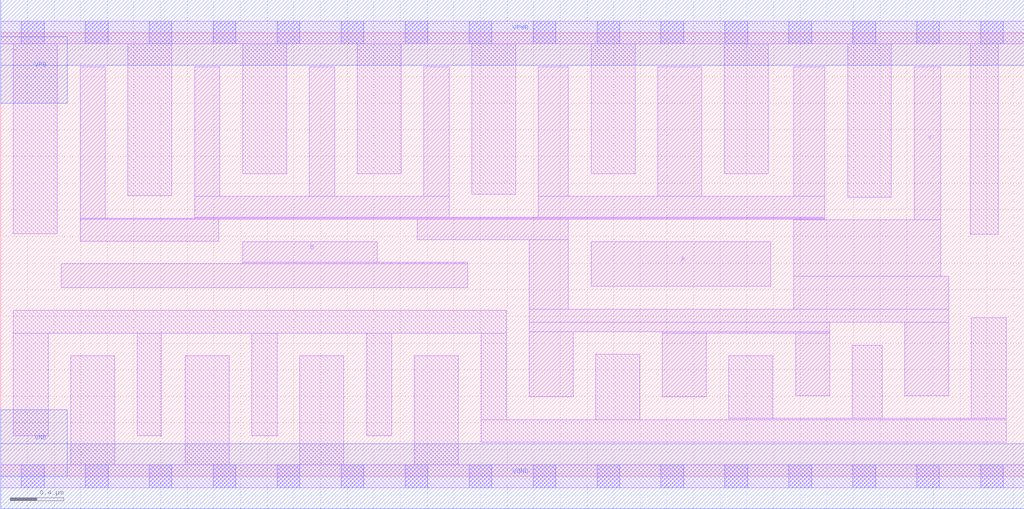
<source format=lef>
# Copyright 2020 The SkyWater PDK Authors
#
# Licensed under the Apache License, Version 2.0 (the "License");
# you may not use this file except in compliance with the License.
# You may obtain a copy of the License at
#
#     https://www.apache.org/licenses/LICENSE-2.0
#
# Unless required by applicable law or agreed to in writing, software
# distributed under the License is distributed on an "AS IS" BASIS,
# WITHOUT WARRANTIES OR CONDITIONS OF ANY KIND, either express or implied.
# See the License for the specific language governing permissions and
# limitations under the License.
#
# SPDX-License-Identifier: Apache-2.0

VERSION 5.5 ;
NAMESCASESENSITIVE ON ;
BUSBITCHARS "[]" ;
DIVIDERCHAR "/" ;
MACRO sky130_fd_sc_lp__nand2_8
  CLASS CORE ;
  SOURCE USER ;
  ORIGIN  0.000000  0.000000 ;
  SIZE  7.680000 BY  3.330000 ;
  SYMMETRY X Y R90 ;
  SITE unit ;
  PIN A
    ANTENNAGATEAREA  2.520000 ;
    DIRECTION INPUT ;
    USE SIGNAL ;
    PORT
      LAYER li1 ;
        RECT 4.430000 1.425000 5.780000 1.760000 ;
    END
  END A
  PIN B
    ANTENNAGATEAREA  2.520000 ;
    DIRECTION INPUT ;
    USE SIGNAL ;
    PORT
      LAYER li1 ;
        RECT 0.455000 1.415000 3.505000 1.595000 ;
        RECT 1.815000 1.595000 3.505000 1.605000 ;
        RECT 1.815000 1.605000 2.825000 1.760000 ;
    END
  END B
  PIN Y
    ANTENNADIFFAREA  3.973200 ;
    DIRECTION OUTPUT ;
    USE SIGNAL ;
    PORT
      LAYER li1 ;
        RECT 0.595000 1.765000 1.635000 1.930000 ;
        RECT 0.595000 1.930000 6.185000 1.935000 ;
        RECT 0.595000 1.935000 0.785000 3.075000 ;
        RECT 1.455000 1.935000 6.185000 1.945000 ;
        RECT 1.455000 1.945000 3.365000 2.100000 ;
        RECT 1.455000 2.100000 1.645000 3.075000 ;
        RECT 2.315000 2.100000 2.505000 3.075000 ;
        RECT 3.125000 1.775000 4.260000 1.930000 ;
        RECT 3.175000 2.100000 3.365000 3.075000 ;
        RECT 3.965000 0.595000 4.295000 1.085000 ;
        RECT 3.965000 1.085000 6.220000 1.155000 ;
        RECT 3.965000 1.155000 7.115000 1.255000 ;
        RECT 3.965000 1.255000 4.260000 1.775000 ;
        RECT 4.035000 1.945000 6.185000 2.100000 ;
        RECT 4.035000 2.100000 4.260000 3.075000 ;
        RECT 4.930000 2.100000 5.260000 3.075000 ;
        RECT 4.965000 0.595000 5.295000 1.075000 ;
        RECT 4.965000 1.075000 6.220000 1.085000 ;
        RECT 5.950000 1.255000 7.115000 1.500000 ;
        RECT 5.950000 1.500000 7.055000 1.925000 ;
        RECT 5.950000 1.925000 6.185000 1.930000 ;
        RECT 5.950000 2.100000 6.185000 3.075000 ;
        RECT 5.965000 0.605000 6.220000 1.075000 ;
        RECT 6.785000 0.605000 7.115000 1.155000 ;
        RECT 6.855000 1.925000 7.055000 3.075000 ;
    END
  END Y
  PIN VGND
    DIRECTION INOUT ;
    USE GROUND ;
    PORT
      LAYER met1 ;
        RECT 0.000000 -0.245000 7.680000 0.245000 ;
    END
  END VGND
  PIN VNB
    DIRECTION INOUT ;
    USE GROUND ;
    PORT
      LAYER met1 ;
        RECT 0.000000 0.000000 0.500000 0.500000 ;
    END
  END VNB
  PIN VPB
    DIRECTION INOUT ;
    USE POWER ;
    PORT
      LAYER met1 ;
        RECT 0.000000 2.800000 0.500000 3.300000 ;
    END
  END VPB
  PIN VPWR
    DIRECTION INOUT ;
    USE POWER ;
    PORT
      LAYER met1 ;
        RECT 0.000000 3.085000 7.680000 3.575000 ;
    END
  END VPWR
  OBS
    LAYER li1 ;
      RECT 0.000000 -0.085000 7.680000 0.085000 ;
      RECT 0.000000  3.245000 7.680000 3.415000 ;
      RECT 0.095000  0.305000 0.355000 1.075000 ;
      RECT 0.095000  1.075000 3.795000 1.245000 ;
      RECT 0.095000  1.820000 0.425000 3.245000 ;
      RECT 0.525000  0.085000 0.855000 0.905000 ;
      RECT 0.955000  2.105000 1.285000 3.245000 ;
      RECT 1.025000  0.305000 1.205000 1.075000 ;
      RECT 1.385000  0.085000 1.715000 0.905000 ;
      RECT 1.815000  2.270000 2.145000 3.245000 ;
      RECT 1.885000  0.305000 2.075000 1.075000 ;
      RECT 2.245000  0.085000 2.575000 0.905000 ;
      RECT 2.675000  2.270000 3.005000 3.245000 ;
      RECT 2.745000  0.305000 2.935000 1.075000 ;
      RECT 3.105000  0.085000 3.435000 0.905000 ;
      RECT 3.535000  2.115000 3.865000 3.245000 ;
      RECT 3.605000  0.255000 7.545000 0.425000 ;
      RECT 3.605000  0.425000 3.795000 1.075000 ;
      RECT 4.430000  2.270000 4.760000 3.245000 ;
      RECT 4.465000  0.425000 4.795000 0.915000 ;
      RECT 5.430000  2.270000 5.760000 3.245000 ;
      RECT 5.465000  0.425000 7.545000 0.435000 ;
      RECT 5.465000  0.435000 5.795000 0.905000 ;
      RECT 6.355000  2.095000 6.685000 3.245000 ;
      RECT 6.390000  0.435000 6.615000 0.985000 ;
      RECT 7.275000  1.815000 7.485000 3.245000 ;
      RECT 7.285000  0.435000 7.545000 1.190000 ;
    LAYER mcon ;
      RECT 0.155000 -0.085000 0.325000 0.085000 ;
      RECT 0.155000  3.245000 0.325000 3.415000 ;
      RECT 0.635000 -0.085000 0.805000 0.085000 ;
      RECT 0.635000  3.245000 0.805000 3.415000 ;
      RECT 1.115000 -0.085000 1.285000 0.085000 ;
      RECT 1.115000  3.245000 1.285000 3.415000 ;
      RECT 1.595000 -0.085000 1.765000 0.085000 ;
      RECT 1.595000  3.245000 1.765000 3.415000 ;
      RECT 2.075000 -0.085000 2.245000 0.085000 ;
      RECT 2.075000  3.245000 2.245000 3.415000 ;
      RECT 2.555000 -0.085000 2.725000 0.085000 ;
      RECT 2.555000  3.245000 2.725000 3.415000 ;
      RECT 3.035000 -0.085000 3.205000 0.085000 ;
      RECT 3.035000  3.245000 3.205000 3.415000 ;
      RECT 3.515000 -0.085000 3.685000 0.085000 ;
      RECT 3.515000  3.245000 3.685000 3.415000 ;
      RECT 3.995000 -0.085000 4.165000 0.085000 ;
      RECT 3.995000  3.245000 4.165000 3.415000 ;
      RECT 4.475000 -0.085000 4.645000 0.085000 ;
      RECT 4.475000  3.245000 4.645000 3.415000 ;
      RECT 4.955000 -0.085000 5.125000 0.085000 ;
      RECT 4.955000  3.245000 5.125000 3.415000 ;
      RECT 5.435000 -0.085000 5.605000 0.085000 ;
      RECT 5.435000  3.245000 5.605000 3.415000 ;
      RECT 5.915000 -0.085000 6.085000 0.085000 ;
      RECT 5.915000  3.245000 6.085000 3.415000 ;
      RECT 6.395000 -0.085000 6.565000 0.085000 ;
      RECT 6.395000  3.245000 6.565000 3.415000 ;
      RECT 6.875000 -0.085000 7.045000 0.085000 ;
      RECT 6.875000  3.245000 7.045000 3.415000 ;
      RECT 7.355000 -0.085000 7.525000 0.085000 ;
      RECT 7.355000  3.245000 7.525000 3.415000 ;
  END
END sky130_fd_sc_lp__nand2_8
END LIBRARY

</source>
